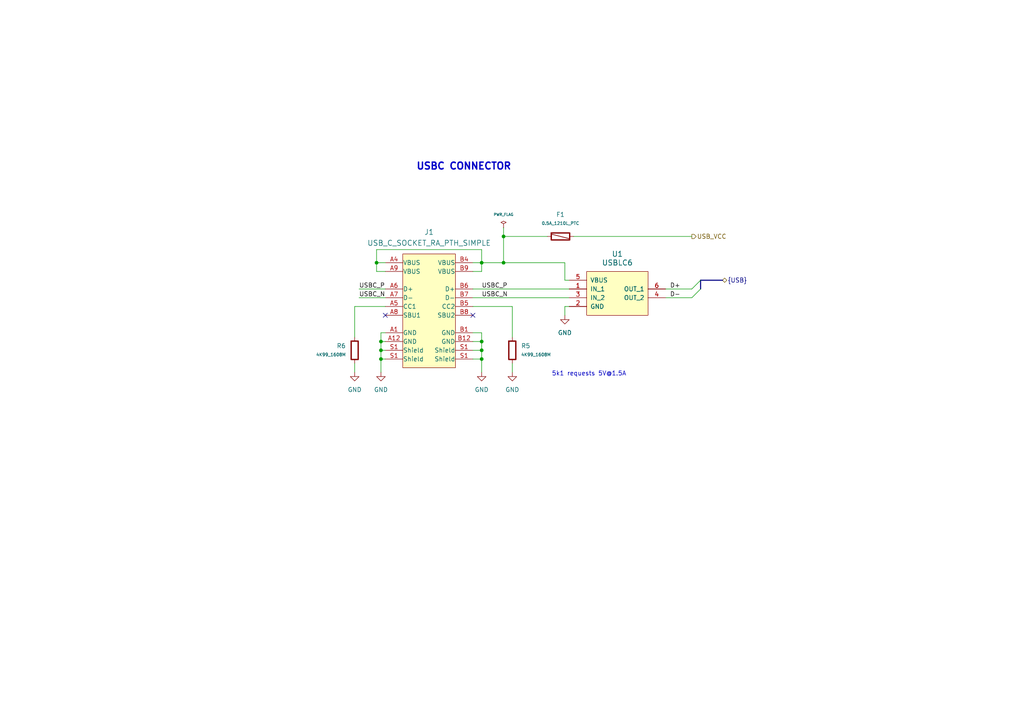
<source format=kicad_sch>
(kicad_sch (version 20230121) (generator eeschema)
  (paper "A4")
  (title_block (title "USB CONNECTION") (date "2023-08-09") (rev "V1.0"))
  (lib_symbols
    (symbol "appli_device:USBLC6" (pin_names (offset 1.016))
      (property "Reference" "U" (at 0 11.43 0))
      (property "Value" "USBLC6" (at 0 8.89 0))
      (symbol "USBLC6_0_1"
        (rectangle (start -8.89 6.35) (end 8.89 -6.35) (fill (type background)))
      )
      (symbol "USBLC6_1_1"
        (pin bidirectional line (at -13.97 1.27 0) (length 5.08) (name "IN_1") (number "1"))
        (pin power_in line (at -13.97 -3.81 0) (length 5.08) (name "GND") (number "2"))
        (pin bidirectional line (at -13.97 -1.27 0) (length 5.08) (name "IN_2") (number "3"))
        (pin bidirectional line (at 13.97 -1.27 180) (length 5.08) (name "OUT_2") (number "4"))
        (pin power_in line (at -13.97 3.81 0) (length 5.08) (name "VBUS") (number "5"))
        (pin bidirectional line (at 13.97 1.27 180) (length 5.08) (name "OUT_1") (number "6"))
      )
    )
    (symbol "appli_fuse:0.5A_1210L_PTC" (pin_numbers hide) (pin_names (offset 0))
      (property "Reference" "F" (at -2.159 -3.81 90))
      (property "Value" "0.5A_1210L_PTC" (at 2.032 -3.81 90))
      (symbol "0.5A_1210L_PTC_0_1"
        (rectangle (start -1.016 -1.143) (end 1.016 -6.477) (stroke (width 0.381)))
        (polyline (pts (xy 0.635 -1.27) (xy -0.635 -6.35)) (stroke (width 0.2032)))
      )
      (symbol "0.5A_1210L_PTC_1_1"
        (pin passive line (at 0 0 270) (length 1.143) (name "~") (number "1"))
        (pin passive line (at 0 -7.62 90) (length 1.143) (name "~") (number "2"))
      )
    )
    (symbol "appli_power:GND" (power) (pin_names (offset 0))
      (property "Value" "GND" (at 0 -3.81 0))
      (symbol "GND_0_1"
        (polyline (pts (xy 0 0) (xy 0 -1.27) (xy 1.27 -1.27) (xy 0 -2.54) (xy -1.27 -1.27) (xy 0 -1.27)))
      )
      (symbol "GND_1_1"
        (pin power_in line (at 0 0 270) (length 0) hide (name "GND") (number "1"))
      )
    )
    (symbol "appli_power:PWR_FLAG" (power) (pin_numbers hide) (pin_names (offset 0) hide)
      (property "Value" "PWR_FLAG" (at 0 2.54 0))
      (symbol "PWR_FLAG_0_0"
        (pin power_out line (at 0 0 90) (length 0) (name "pwr") (number "1"))
      )
      (symbol "PWR_FLAG_0_1"
        (polyline (pts (xy 0 0) (xy 0 1.143) (xy -0.762 1.524) (xy 0 1.905) (xy 0.762 1.524) (xy 0 1.143)))
      )
    )
    (symbol "appli_resistor:4K99_1608M" (pin_numbers hide) (pin_names (offset 0))
      (property "Reference" "R" (at -2.159 -3.81 90))
      (property "Value" "4K99_1608M" (at 2.032 -3.81 90))
      (symbol "4K99_1608M_0_1"
        (rectangle (start -1.016 -1.143) (end 1.016 -6.477) (stroke (width 0.381)))
      )
      (symbol "4K99_1608M_1_1"
        (pin passive line (at 0 0 270) (length 1.143) (name "~") (number "1"))
        (pin passive line (at 0 -7.62 90) (length 1.143) (name "~") (number "2"))
      )
    )
    (symbol "appli_usb:USB_C_SOCKET_RA_PTH_SIMPLE" (pin_names (offset 0.0254))
      (property "Reference" "J?" (at 0 24.13 0))
      (property "Value" "USB_C_SOCKET_RA_PTH_SIMPLE" (at -1.27 20.32 0))
      (symbol "USB_C_SOCKET_RA_PTH_SIMPLE_0_1"
        (rectangle (start -7.62 17.78) (end 7.62 -15.24) (fill (type background)))
      )
      (symbol "USB_C_SOCKET_RA_PTH_SIMPLE_1_1"
        (pin input line (at -12.7 -5.08 0) (length 5.08) (name "GND") (number "A1"))
        (pin input line (at -12.7 -7.62 0) (length 5.08) (name "GND") (number "A12"))
        (pin input line (at -12.7 15.24 0) (length 5.08) (name "VBUS") (number "A4"))
        (pin input line (at -12.7 2.54 0) (length 5.08) (name "CC1") (number "A5"))
        (pin input line (at -12.7 7.62 0) (length 5.08) (name "D+") (number "A6"))
        (pin input line (at -12.7 5.08 0) (length 5.08) (name "D-") (number "A7"))
        (pin input line (at -12.7 0 0) (length 5.08) (name "SBU1") (number "A8"))
        (pin input line (at -12.7 12.7 0) (length 5.08) (name "VBUS") (number "A9"))
        (pin input line (at 12.7 -5.08 180) (length 5.08) (name "GND") (number "B1"))
        (pin input line (at 12.7 -7.62 180) (length 5.08) (name "GND") (number "B12"))
        (pin input line (at 12.7 15.24 180) (length 5.08) (name "VBUS") (number "B4"))
        (pin input line (at 12.7 2.54 180) (length 5.08) (name "CC2") (number "B5"))
        (pin input line (at 12.7 7.62 180) (length 5.08) (name "D+") (number "B6"))
        (pin input line (at 12.7 5.08 180) (length 5.08) (name "D-") (number "B7"))
        (pin input line (at 12.7 0 180) (length 5.08) (name "SBU2") (number "B8"))
        (pin input line (at 12.7 12.7 180) (length 5.08) (name "VBUS") (number "B9"))
        (pin input line (at -12.7 -12.7 0) (length 5.08) (name "Shield") (number "S1"))
        (pin input line (at -12.7 -10.16 0) (length 5.08) (name "Shield") (number "S1"))
        (pin input line (at 12.7 -12.7 180) (length 5.08) (name "Shield") (number "S1"))
        (pin input line (at 12.7 -10.16 180) (length 5.08) (name "Shield") (number "S1"))
      )
    )
  )
  (junction (at 110.49 104.14))
  (junction (at 110.49 101.6))
  (junction (at 110.49 99.06))
  (junction (at 139.7 101.6))
  (junction (at 139.7 99.06))
  (junction (at 146.05 68.58))
  (junction (at 109.22 76.2))
  (junction (at 139.7 76.2))
  (junction (at 146.05 76.2))
  (junction (at 139.7 104.14))
  (no_connect (at 137.16 91.44))
  (no_connect (at 111.76 91.44))
  (bus_entry (at 200.66 83.82) (size 2.54 -2.54))
  (bus_entry (at 200.66 86.36) (size 2.54 -2.54))
  (wire (pts (xy 146.05 68.58) (xy 158.75 68.58)))
  (wire (pts (xy 102.87 88.9) (xy 111.76 88.9)))
  (wire (pts (xy 137.16 96.52) (xy 139.7 96.52)))
  (wire (pts (xy 102.87 105.41) (xy 102.87 107.95)))
  (wire (pts (xy 163.83 76.2) (xy 146.05 76.2)))
  (wire (pts (xy 148.59 105.41) (xy 148.59 107.95)))
  (wire (pts (xy 166.37 68.58) (xy 200.66 68.58)))
  (wire (pts (xy 110.49 99.06) (xy 110.49 96.52)))
  (wire (pts (xy 165.1 88.9) (xy 163.83 88.9)))
  (wire (pts (xy 137.16 88.9) (xy 148.59 88.9)))
  (bus (pts (xy 203.2 83.82) (xy 203.2 81.28)))
  (wire (pts (xy 110.49 104.14) (xy 110.49 107.95)))
  (wire (pts (xy 111.76 78.74) (xy 109.22 78.74)))
  (wire (pts (xy 110.49 101.6) (xy 110.49 104.14)))
  (wire (pts (xy 139.7 104.14) (xy 139.7 107.95)))
  (wire (pts (xy 139.7 96.52) (xy 139.7 99.06)))
  (wire (pts (xy 104.14 83.82) (xy 111.76 83.82)))
  (wire (pts (xy 104.14 86.36) (xy 111.76 86.36)))
  (wire (pts (xy 148.59 88.9) (xy 148.59 97.79)))
  (wire (pts (xy 110.49 96.52) (xy 111.76 96.52)))
  (wire (pts (xy 111.76 99.06) (xy 110.49 99.06)))
  (wire (pts (xy 109.22 76.2) (xy 111.76 76.2)))
  (wire (pts (xy 110.49 104.14) (xy 111.76 104.14)))
  (wire (pts (xy 163.83 81.28) (xy 163.83 76.2)))
  (bus (pts (xy 203.2 81.28) (xy 209.55 81.28)))
  (wire (pts (xy 146.05 66.04) (xy 146.05 68.58)))
  (wire (pts (xy 137.16 78.74) (xy 139.7 78.74)))
  (wire (pts (xy 110.49 99.06) (xy 110.49 101.6)))
  (wire (pts (xy 102.87 97.79) (xy 102.87 88.9)))
  (wire (pts (xy 137.16 83.82) (xy 165.1 83.82)))
  (wire (pts (xy 137.16 86.36) (xy 165.1 86.36)))
  (wire (pts (xy 109.22 72.39) (xy 109.22 76.2)))
  (wire (pts (xy 139.7 72.39) (xy 109.22 72.39)))
  (wire (pts (xy 137.16 101.6) (xy 139.7 101.6)))
  (wire (pts (xy 111.76 101.6) (xy 110.49 101.6)))
  (wire (pts (xy 139.7 104.14) (xy 137.16 104.14)))
  (wire (pts (xy 193.04 86.36) (xy 200.66 86.36)))
  (wire (pts (xy 146.05 68.58) (xy 146.05 76.2)))
  (wire (pts (xy 193.04 83.82) (xy 200.66 83.82)))
  (wire (pts (xy 137.16 76.2) (xy 139.7 76.2)))
  (wire (pts (xy 165.1 81.28) (xy 163.83 81.28)))
  (wire (pts (xy 139.7 78.74) (xy 139.7 76.2)))
  (wire (pts (xy 137.16 99.06) (xy 139.7 99.06)))
  (wire (pts (xy 139.7 76.2) (xy 146.05 76.2)))
  (wire (pts (xy 139.7 101.6) (xy 139.7 104.14)))
  (wire (pts (xy 139.7 76.2) (xy 139.7 72.39)))
  (wire (pts (xy 163.83 88.9) (xy 163.83 91.44)))
  (wire (pts (xy 139.7 99.06) (xy 139.7 101.6)))
  (wire (pts (xy 109.22 78.74) (xy 109.22 76.2)))
  (text "5k1 requests 5V@1.5A" (at 160.02 109.22 0) (effects (font (size 1.27 1.27)) (justify left bottom)))
  (text "USBC CONNECTOR" (at 120.65 49.53 0) (effects (font (size 2 2) (thickness 0.4) bold) (justify left bottom)))
  (label "USBC_N" (at 104.14 86.36 0))
  (label "D+" (at 194.31 83.82 0))
  (label "USBC_N" (at 139.7 86.36 0))
  (label "USBC_P" (at 139.7 83.82 0))
  (label "USBC_P" (at 104.14 83.82 0))
  (label "D-" (at 194.31 86.36 0))
  (hierarchical_label "{USB}" (shape bidirectional) (at 209.55 81.28 0))
  (hierarchical_label "USB_VCC" (shape output) (at 200.66 68.58 0))
  (symbol (lib_id "appli_resistor:4K99_1608M") (at 102.87 97.79 0) (mirror y) (unit 1)
    (property "Reference" "R6" (at 100.33 100.33 0) (effects (justify left)))
    (property "Value" "4K99_1608M" (at 100.33 102.87 0) (effects (font (size 0.889 0.889)) (justify left)))
    (property "Footprint" "Applidyne_Resistor:RESC1608X50N" (effects hide))
    (property "Datasheet" "http://www.farnell.com/datasheets/2099796.pdf" (effects hide))
    (property "manf" "VISHAY" (effects hide))
    (property "manf#" "MCT06030C4991FP500" (effects hide))
    (property "Supplier" "Element14" (effects hide))
    (property "Supplier Part No" "2614450" (effects hide))
    (property "Supplier URL" "http://au.element14.com/vishay/mct06030c4991fp500/res-thin-film-4k99-75v-1-0603/dp/2614450?CMP=GRHB-OCTOPART" (effects hide))
    (property "Supplier Price" "0.125" (effects hide))
    (property "Supplier Price Break" "10" (effects hide))
    (instances (project "backplane" (path "" (reference "R6") (unit 1)) (path "" (reference "R5") (unit 1))))
  )
  (symbol (lib_id "appli_device:USBLC6") (at 179.07 85.09 0) (unit 1)
    (property "Reference" "U1" (at 179.07 73.66 0) (effects (font (size 1.524 1.524))))
    (property "Value" "USBLC6" (at 179.07 76.2 0) (effects (font (size 1.524 1.524))))
    (property "Footprint" "Applidyne_SOT:SOT95P280X145-6L50N" (effects hide))
    (property "Datasheet" "http://docs-asia.electrocomponents.com/webdocs/07bd/0900766b807bd47e.pdf" (effects hide))
    (property "manf" "ST" (effects hide))
    (property "manf#" "USBLC6-2SC6" (effects hide))
    (property "Supplier" "RS Online" (effects hide))
    (property "Supplier Part No" " 624-7693" (effects hide))
    (property "Supplier URL" "http://au.rs-online.com/web/p/tvs-diodes/6247693/" (effects hide))
    (property "Supplier Price" "0.59" (effects hide))
    (property "Supplier Price Break" "10" (effects hide))
  )
  (symbol (lib_id "appli_power:GND") (at 148.59 107.95 0) (unit 1)
    (property "Reference" "#PWR019" (effects hide))
    (property "Value" "GND" (at 148.59 113.03 0))
  )
  (symbol (lib_id "appli_usb:USB_C_SOCKET_RA_PTH_SIMPLE") (at 124.46 91.44 0) (unit 1)
    (property "Reference" "J1" (at 124.46 67.31 0) (effects (font (size 1.524 1.524))))
    (property "Value" "USB_C_SOCKET_RA_PTH_SIMPLE" (at 124.46 70.485 0) (effects (font (size 1.524 1.524))))
    (property "Footprint" "Applidyne_USB:USB_C_PTH_GCT_USB4085" (effects hide))
    (property "Datasheet" "https://gct.co/connector/digi-key/usb4085" (effects hide))
    (property "manf" "GCT" (effects hide))
    (property "manf#" "USB4085-GF-A" (effects hide))
    (property "Supplier" "Digikey" (effects hide))
    (property "Supplier Part No" "2073-USB4085-GF-ACT-ND" (effects hide))
    (property "Supplier URL" "https://www.digikey.com/product-detail/en/gct/USB4085-GF-A/2073-USB4085-GF-ACT-ND/9859733" (effects hide))
    (property "Supplier Price" "1.40" (effects hide))
    (property "Supplier Price Break" "10" (effects hide))
  )
  (symbol (lib_id "appli_power:GND") (at 110.49 107.95 0) (unit 1)
    (property "Reference" "#PWR06" (effects hide))
    (property "Value" "GND" (at 110.49 113.03 0))
  )
  (symbol (lib_id "appli_fuse:0.5A_1210L_PTC") (at 158.75 68.58 90) (unit 1)
    (property "Reference" "F1" (at 162.56 62.23 90))
    (property "Value" "0.5A_1210L_PTC" (at 162.56 64.77 90) (effects (font (size 0.889 0.889))))
    (property "Footprint" "Applidyne_Fuse:FUSC3225X85L50N" (effects hide))
    (property "Datasheet" "http://docs-asia.electrocomponents.com/webdocs/1420/0900766b8142082b.pdf" (effects hide))
    (property "manf" "LittelFuse" (effects hide))
    (property "manf#" " 1210L050YR" (effects hide))
    (property "Supplier" "RS Online" (effects hide))
    (property "Supplier Part No" "787-4202" (effects hide))
    (property "Supplier URL" "http://au.rs-online.com/web/p/resettable-surface-mount-fuses/7874202/" (effects hide))
    (property "Supplier Price" "0.486" (effects hide))
    (property "Supplier Price Break" "10" (effects hide))
  )
  (symbol (lib_id "appli_power:GND") (at 139.7 107.95 0) (unit 1)
    (property "Reference" "#PWR05" (effects hide))
    (property "Value" "GND" (at 139.7 113.03 0))
    (instances (project "backplane" (path "" (reference "#PWR05") (unit 1)) (path "" (reference "#PWR07") (unit 1))))
  )
  (symbol (lib_id "appli_power:GND") (at 102.87 107.95 0) (unit 1)
    (property "Reference" "#PWR020" (effects hide))
    (property "Value" "GND" (at 102.87 113.03 0))
    (instances (project "backplane" (path "" (reference "#PWR020") (unit 1)) (path "" (reference "#PWR05") (unit 1))))
  )
  (symbol (lib_id "appli_resistor:4K99_1608M") (at 148.59 97.79 0) (unit 1)
    (property "Reference" "R5" (at 151.13 100.33 0) (effects (justify left)))
    (property "Value" "4K99_1608M" (at 151.13 102.87 0) (effects (font (size 0.889 0.889)) (justify left)))
    (property "Footprint" "Applidyne_Resistor:RESC1608X50N" (effects hide))
    (property "Datasheet" "http://www.farnell.com/datasheets/2099796.pdf" (effects hide))
    (property "manf" "VISHAY" (effects hide))
    (property "manf#" "MCT06030C4991FP500" (effects hide))
    (property "Supplier" "Element14" (effects hide))
    (property "Supplier Part No" "2614450" (effects hide))
    (property "Supplier URL" "http://au.element14.com/vishay/mct06030c4991fp500/res-thin-film-4k99-75v-1-0603/dp/2614450?CMP=GRHB-OCTOPART" (effects hide))
    (property "Supplier Price" "0.125" (effects hide))
    (property "Supplier Price Break" "10" (effects hide))
    (instances (project "backplane" (path "" (reference "R5") (unit 1)) (path "" (reference "R6") (unit 1))))
  )
  (symbol (lib_id "appli_power:PWR_FLAG") (at 146.05 66.04 0) (unit 1)
    (property "Reference" "#FLG02" (effects hide))
    (property "Value" "PWR_FLAG" (at 146.05 62.23 0) (effects (font (size 0.762 0.762))))
  )
  (symbol (lib_id "appli_power:GND") (at 163.83 91.44 0) (unit 1)
    (property "Reference" "#PWR07" (effects hide))
    (property "Value" "GND" (at 163.83 96.52 0))
    (instances (project "backplane" (path "" (reference "#PWR07") (unit 1)) (path "" (reference "#PWR020") (unit 1))))
  )
)
</source>
